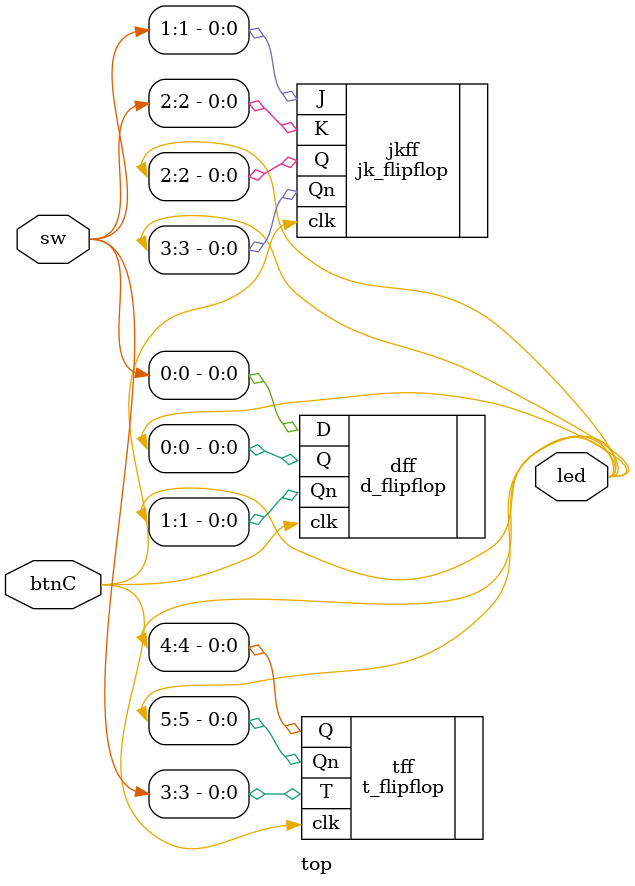
<source format=v>
module top (sw, btnC, led);
    input [3:0] sw;
    input btnC;
    output [5:0] led;

    d_flipflop dff(
        .D(sw[0]),
        .clk(btnC),
        .Q(led[0]),
        .Qn(led[1])
    );

    jk_flipflop jkff(
        .J(sw[1]),
        .K(sw[2]),
        .clk(btnC),
        .Q(led[2]),
        .Qn(led[3])
    );

    t_flipflop tff(
        .T(sw[3]),
        .clk(btnC),
        .Q(led[4]),
        .Qn(led[5])
    );
    
endmodule
</source>
